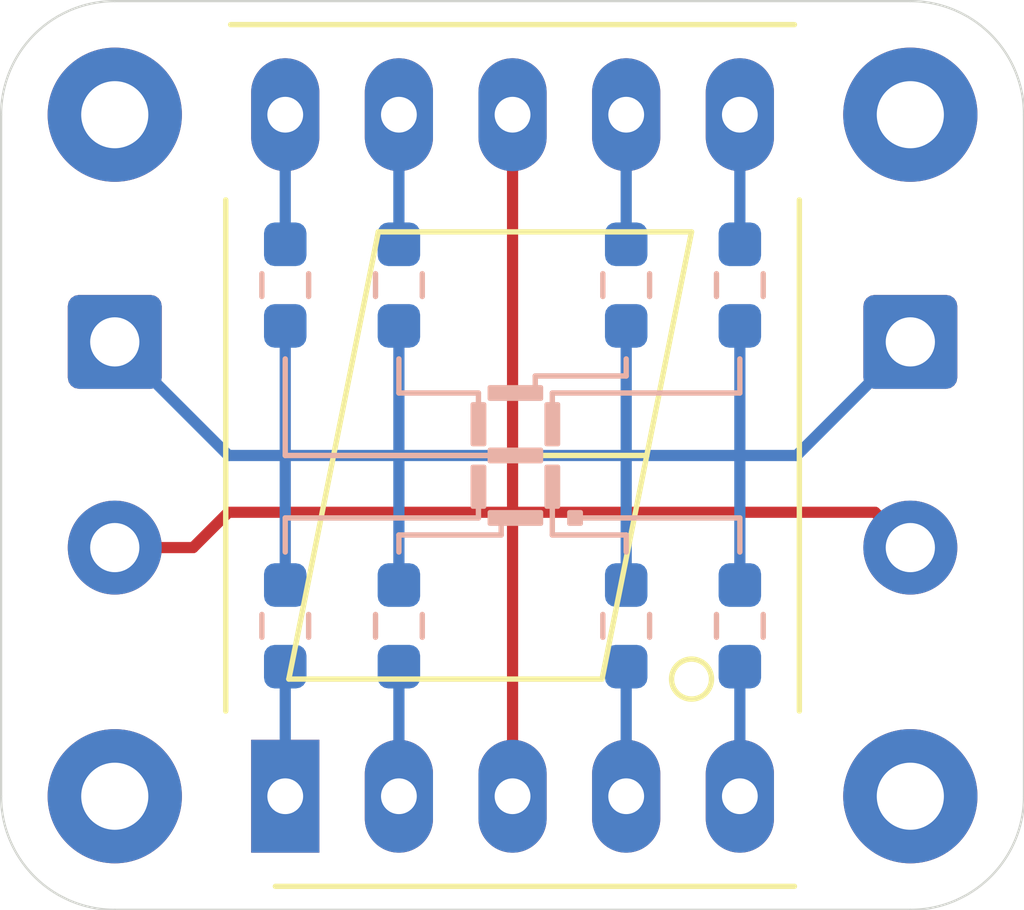
<source format=kicad_pcb>
(kicad_pcb (version 20171130) (host pcbnew "(5.1.10)-1")

  (general
    (thickness 1.6)
    (drawings 38)
    (tracks 30)
    (zones 0)
    (modules 15)
    (nets 1)
  )

  (page A4)
  (layers
    (0 F.Cu signal hide)
    (31 B.Cu signal)
    (32 B.Adhes user hide)
    (33 F.Adhes user hide)
    (34 B.Paste user hide)
    (35 F.Paste user hide)
    (36 B.SilkS user)
    (37 F.SilkS user hide)
    (38 B.Mask user hide)
    (39 F.Mask user hide)
    (40 Dwgs.User user hide)
    (41 Cmts.User user hide)
    (42 Eco1.User user hide)
    (43 Eco2.User user hide)
    (44 Edge.Cuts user)
    (45 Margin user)
    (46 B.CrtYd user)
    (47 F.CrtYd user hide)
    (48 B.Fab user hide)
    (49 F.Fab user hide)
  )

  (setup
    (last_trace_width 0.25)
    (trace_clearance 0.2)
    (zone_clearance 0.508)
    (zone_45_only no)
    (trace_min 0.2)
    (via_size 0.8)
    (via_drill 0.4)
    (via_min_size 0.4)
    (via_min_drill 0.3)
    (uvia_size 0.3)
    (uvia_drill 0.1)
    (uvias_allowed no)
    (uvia_min_size 0.2)
    (uvia_min_drill 0.1)
    (edge_width 0.05)
    (segment_width 0.2)
    (pcb_text_width 0.3)
    (pcb_text_size 1.5 1.5)
    (mod_edge_width 0.12)
    (mod_text_size 1 1)
    (mod_text_width 0.15)
    (pad_size 3 3)
    (pad_drill 1.5)
    (pad_to_mask_clearance 0)
    (aux_axis_origin 0 0)
    (visible_elements 7FFFFFFF)
    (pcbplotparams
      (layerselection 0x010fc_ffffffff)
      (usegerberextensions false)
      (usegerberattributes true)
      (usegerberadvancedattributes true)
      (creategerberjobfile true)
      (excludeedgelayer true)
      (linewidth 0.100000)
      (plotframeref false)
      (viasonmask false)
      (mode 1)
      (useauxorigin false)
      (hpglpennumber 1)
      (hpglpenspeed 20)
      (hpglpendiameter 15.000000)
      (psnegative false)
      (psa4output false)
      (plotreference true)
      (plotvalue true)
      (plotinvisibletext false)
      (padsonsilk false)
      (subtractmaskfromsilk false)
      (outputformat 1)
      (mirror false)
      (drillshape 1)
      (scaleselection 1)
      (outputdirectory ""))
  )

  (net 0 "")

  (net_class Default "This is the default net class."
    (clearance 0.2)
    (trace_width 0.25)
    (via_dia 0.8)
    (via_drill 0.4)
    (uvia_dia 0.3)
    (uvia_drill 0.1)
  )

  (module MountingHole:MountingHole_2.2mm_M2_Pad (layer F.Cu) (tedit 56D1B4CB) (tstamp 61183304)
    (at 153.67 73.66)
    (descr "Mounting Hole 2.2mm, M2")
    (tags "mounting hole 2.2mm m2")
    (attr virtual)
    (fp_text reference " " (at 0 -3.2) (layer F.SilkS)
      (effects (font (size 1 1) (thickness 0.15)))
    )
    (fp_text value MountingHole_2.2mm_M2_Pad (at 0 3.2) (layer F.Fab)
      (effects (font (size 1 1) (thickness 0.15)))
    )
    (fp_text user %R (at 0.3 0) (layer F.Fab)
      (effects (font (size 1 1) (thickness 0.15)))
    )
    (fp_circle (center 0 0) (end 2.2 0) (layer Cmts.User) (width 0.15))
    (fp_circle (center 0 0) (end 2.45 0) (layer F.CrtYd) (width 0.05))
    (pad 1 thru_hole circle (at 0 0) (size 3 3) (drill 1.5) (layers *.Cu *.Mask))
  )

  (module MountingHole:MountingHole_2.2mm_M2_Pad (layer F.Cu) (tedit 56D1B4CB) (tstamp 611832E0)
    (at 135.89 73.66)
    (descr "Mounting Hole 2.2mm, M2")
    (tags "mounting hole 2.2mm m2")
    (attr virtual)
    (fp_text reference "  " (at 0 -3.2) (layer F.SilkS)
      (effects (font (size 1 1) (thickness 0.15)))
    )
    (fp_text value MountingHole_2.2mm_M2_Pad (at 0 3.2) (layer F.Fab)
      (effects (font (size 1 1) (thickness 0.15)))
    )
    (fp_text user %R (at 0.3 0) (layer F.Fab)
      (effects (font (size 1 1) (thickness 0.15)))
    )
    (fp_circle (center 0 0) (end 2.2 0) (layer Cmts.User) (width 0.15))
    (fp_circle (center 0 0) (end 2.45 0) (layer F.CrtYd) (width 0.05))
    (pad 1 thru_hole circle (at 0 0) (size 3 3) (drill 1.5) (layers *.Cu *.Mask))
  )

  (module MountingHole:MountingHole_2.2mm_M2_Pad (layer F.Cu) (tedit 56D1B4CB) (tstamp 611832A0)
    (at 135.89 88.9)
    (descr "Mounting Hole 2.2mm, M2")
    (tags "mounting hole 2.2mm m2")
    (attr virtual)
    (fp_text reference " " (at 0 -3.2) (layer F.SilkS)
      (effects (font (size 1 1) (thickness 0.15)))
    )
    (fp_text value MountingHole_2.2mm_M2_Pad (at 0 3.2) (layer F.Fab)
      (effects (font (size 1 1) (thickness 0.15)))
    )
    (fp_text user %R (at 0.3 0) (layer F.Fab)
      (effects (font (size 1 1) (thickness 0.15)))
    )
    (fp_circle (center 0 0) (end 2.2 0) (layer Cmts.User) (width 0.15))
    (fp_circle (center 0 0) (end 2.45 0) (layer F.CrtYd) (width 0.05))
    (pad 1 thru_hole circle (at 0 0) (size 3 3) (drill 1.5) (layers *.Cu *.Mask))
  )

  (module MountingHole:MountingHole_2.2mm_M2_Pad (layer F.Cu) (tedit 61182837) (tstamp 611831C9)
    (at 153.67 88.9)
    (descr "Mounting Hole 2.2mm, M2")
    (tags "mounting hole 2.2mm m2")
    (attr virtual)
    (fp_text reference " " (at 0 -3.2) (layer F.SilkS) hide
      (effects (font (size 1 1) (thickness 0.15)))
    )
    (fp_text value MountingHole_2.2mm_M2_Pad (at 0 3.2) (layer F.Fab) hide
      (effects (font (size 1 1) (thickness 0.15)))
    )
    (fp_text user %R (at 0.3 0) (layer F.Fab) hide
      (effects (font (size 1 1) (thickness 0.15)))
    )
    (fp_circle (center 0 0) (end 2.2 0) (layer Cmts.User) (width 0.15))
    (fp_circle (center 0 0) (end 2.45 0) (layer F.CrtYd) (width 0.05))
    (pad 1 thru_hole circle (at 0 0) (size 3 3) (drill 1.5) (layers *.Cu *.Mask))
  )

  (module Display_7Segment:7SegmentLED_LTS6760_LTS6780 (layer F.Cu) (tedit 5D86971C) (tstamp 6106476B)
    (at 139.7 88.9 90)
    (descr "7-Segment Display, LTS67x0, http://optoelectronics.liteon.com/upload/download/DS30-2001-355/S6760jd.pdf")
    (tags "7Segment LED LTS6760 LTS6780")
    (fp_text reference " " (at 7.62 -2.42 90) (layer F.SilkS) hide
      (effects (font (size 1 1) (thickness 0.15)))
    )
    (fp_text value 7SegmentLED_LTS6760_LTS6780 (at 7.62 12.58 90) (layer F.Fab) hide
      (effects (font (size 1 1) (thickness 0.15)))
    )
    (fp_line (start 1.905 -1.33) (end 13.335 -1.33) (layer F.SilkS) (width 0.12))
    (fp_line (start 1.905 11.49) (end 13.335 11.49) (layer F.SilkS) (width 0.12))
    (fp_line (start -2.015 -0.22) (end -2.015 11.38) (layer F.SilkS) (width 0.12))
    (fp_line (start 17.255 11.38) (end 17.255 -1.22) (layer F.SilkS) (width 0.12))
    (fp_line (start -2.16 -1.47) (end -2.16 11.63) (layer F.CrtYd) (width 0.05))
    (fp_line (start 17.4 -1.47) (end 17.4 11.63) (layer F.CrtYd) (width 0.05))
    (fp_line (start -2.16 -1.47) (end 17.4 -1.47) (layer F.CrtYd) (width 0.05))
    (fp_line (start -2.16 11.63) (end 17.4 11.63) (layer F.CrtYd) (width 0.05))
    (fp_line (start -0.905 -1.22) (end -1.905 -0.22) (layer F.Fab) (width 0.1))
    (fp_line (start 17.145 11.38) (end 17.145 -1.22) (layer F.Fab) (width 0.1))
    (fp_line (start -1.905 -0.22) (end -1.905 11.38) (layer F.Fab) (width 0.1))
    (fp_line (start -1.905 11.38) (end 17.145 11.38) (layer F.Fab) (width 0.1))
    (fp_line (start 12.62 2.08) (end 7.62 1.08) (layer F.SilkS) (width 0.12))
    (fp_line (start 7.62 1.08) (end 2.62 0.08) (layer F.SilkS) (width 0.12))
    (fp_line (start 2.62 0.08) (end 2.62 7.08) (layer F.SilkS) (width 0.12))
    (fp_line (start 2.62 7.08) (end 7.62 8.08) (layer F.SilkS) (width 0.12))
    (fp_line (start 12.62 9.08) (end 7.62 8.08) (layer F.SilkS) (width 0.12))
    (fp_line (start 7.62 8.08) (end 7.62 1.08) (layer F.SilkS) (width 0.12))
    (fp_line (start 12.62 2.08) (end 12.62 9.08) (layer F.SilkS) (width 0.12))
    (fp_circle (center 2.62 9.08) (end 3.067214 9.08) (layer F.SilkS) (width 0.12))
    (fp_line (start -0.905 -1.22) (end 17.145 -1.22) (layer F.Fab) (width 0.1))
    (fp_text user %R (at 7.87 5.08 90) (layer F.Fab) hide
      (effects (font (size 1 1) (thickness 0.15)))
    )
    (pad 1 thru_hole rect (at 0 0) (size 1.524 2.524) (drill 0.8) (layers *.Cu *.Mask))
    (pad 2 thru_hole oval (at 0 2.54) (size 1.524 2.524) (drill 0.8) (layers *.Cu *.Mask))
    (pad 3 thru_hole oval (at 0 5.08) (size 1.524 2.524) (drill 0.8) (layers *.Cu *.Mask))
    (pad 4 thru_hole oval (at 0 7.62) (size 1.524 2.524) (drill 0.8) (layers *.Cu *.Mask))
    (pad 5 thru_hole oval (at 0 10.16) (size 1.524 2.524) (drill 0.8) (layers *.Cu *.Mask))
    (pad 6 thru_hole oval (at 15.24 10.16) (size 1.524 2.524) (drill 0.8) (layers *.Cu *.Mask))
    (pad 7 thru_hole oval (at 15.24 7.62) (size 1.524 2.524) (drill 0.8) (layers *.Cu *.Mask))
    (pad 8 thru_hole oval (at 15.24 5.08) (size 1.524 2.524) (drill 0.8) (layers *.Cu *.Mask))
    (pad 9 thru_hole oval (at 15.24 2.54) (size 1.524 2.524) (drill 0.8) (layers *.Cu *.Mask))
    (pad 10 thru_hole oval (at 15.24 0) (size 1.524 2.524) (drill 0.8) (layers *.Cu *.Mask))
    (model ${KISYS3DMOD}/Display_7Segment.3dshapes/7SegmentLED_LTS6760_LTS6780.wrl
      (at (xyz 0 0 0))
      (scale (xyz 1 1 1))
      (rotate (xyz 0 0 0))
    )
  )

  (module Connector_Wire:SolderWire-0.5sqmm_1x02_P4.6mm_D0.9mm_OD2.1mm (layer F.Cu) (tedit 5EB70B43) (tstamp 61065868)
    (at 153.67 78.74 270)
    (descr "Soldered wire connection, for 2 times 0.5 mm² wires, basic insulation, conductor diameter 0.9mm, outer diameter 2.1mm, size source Multi-Contact FLEXI-E 0.5 (https://ec.staubli.com/AcroFiles/Catalogues/TM_Cab-Main-11014119_(en)_hi.pdf), bend radius 3 times outer diameter, generated with kicad-footprint-generator")
    (tags "connector wire 0.5sqmm")
    (attr virtual)
    (fp_text reference " " (at 2.3 -2.25 90) (layer F.SilkS) hide
      (effects (font (size 1 1) (thickness 0.15)))
    )
    (fp_text value SolderWire-0.5sqmm_1x02_P4.6mm_D0.9mm_OD2.1mm (at 2.3 2.25 90) (layer F.Fab) hide
      (effects (font (size 1 1) (thickness 0.15)))
    )
    (fp_line (start 6.4 -1.55) (end 2.8 -1.55) (layer F.CrtYd) (width 0.05))
    (fp_line (start 6.4 1.55) (end 6.4 -1.55) (layer F.CrtYd) (width 0.05))
    (fp_line (start 2.8 1.55) (end 6.4 1.55) (layer F.CrtYd) (width 0.05))
    (fp_line (start 2.8 -1.55) (end 2.8 1.55) (layer F.CrtYd) (width 0.05))
    (fp_line (start 1.8 -1.55) (end -1.8 -1.55) (layer F.CrtYd) (width 0.05))
    (fp_line (start 1.8 1.55) (end 1.8 -1.55) (layer F.CrtYd) (width 0.05))
    (fp_line (start -1.8 1.55) (end 1.8 1.55) (layer F.CrtYd) (width 0.05))
    (fp_line (start -1.8 -1.55) (end -1.8 1.55) (layer F.CrtYd) (width 0.05))
    (fp_circle (center 4.6 0) (end 5.65 0) (layer F.Fab) (width 0.1))
    (fp_circle (center 0 0) (end 1.05 0) (layer F.Fab) (width 0.1))
    (fp_text user %R (at 2.3 0) (layer F.Fab) hide
      (effects (font (size 0.78 0.78) (thickness 0.12)))
    )
    (pad 2 thru_hole circle (at 4.6 0 270) (size 2.1 2.1) (drill 1.1) (layers *.Cu *.Mask))
    (pad 1 thru_hole roundrect (at 0 0 270) (size 2.1 2.1) (drill 1.1) (layers *.Cu *.Mask) (roundrect_rratio 0.119048))
    (model ${KISYS3DMOD}/Connector_Wire.3dshapes/SolderWire-0.5sqmm_1x02_P4.6mm_D0.9mm_OD2.1mm.wrl
      (at (xyz 0 0 0))
      (scale (xyz 1 1 1))
      (rotate (xyz 0 0 0))
    )
  )

  (module Connector_Wire:SolderWire-0.5sqmm_1x02_P4.6mm_D0.9mm_OD2.1mm (layer F.Cu) (tedit 5EB70B43) (tstamp 61065817)
    (at 135.89 78.74 270)
    (descr "Soldered wire connection, for 2 times 0.5 mm² wires, basic insulation, conductor diameter 0.9mm, outer diameter 2.1mm, size source Multi-Contact FLEXI-E 0.5 (https://ec.staubli.com/AcroFiles/Catalogues/TM_Cab-Main-11014119_(en)_hi.pdf), bend radius 3 times outer diameter, generated with kicad-footprint-generator")
    (tags "connector wire 0.5sqmm")
    (attr virtual)
    (fp_text reference " " (at 2.3 -2.25 90) (layer F.SilkS)
      (effects (font (size 1 1) (thickness 0.15)))
    )
    (fp_text value SolderWire-0.5sqmm_1x02_P4.6mm_D0.9mm_OD2.1mm (at 2.3 2.25 90) (layer F.Fab)
      (effects (font (size 1 1) (thickness 0.15)))
    )
    (fp_line (start 6.4 -1.55) (end 2.8 -1.55) (layer F.CrtYd) (width 0.05))
    (fp_line (start 6.4 1.55) (end 6.4 -1.55) (layer F.CrtYd) (width 0.05))
    (fp_line (start 2.8 1.55) (end 6.4 1.55) (layer F.CrtYd) (width 0.05))
    (fp_line (start 2.8 -1.55) (end 2.8 1.55) (layer F.CrtYd) (width 0.05))
    (fp_line (start 1.8 -1.55) (end -1.8 -1.55) (layer F.CrtYd) (width 0.05))
    (fp_line (start 1.8 1.55) (end 1.8 -1.55) (layer F.CrtYd) (width 0.05))
    (fp_line (start -1.8 1.55) (end 1.8 1.55) (layer F.CrtYd) (width 0.05))
    (fp_line (start -1.8 -1.55) (end -1.8 1.55) (layer F.CrtYd) (width 0.05))
    (fp_circle (center 4.6 0) (end 5.65 0) (layer F.Fab) (width 0.1))
    (fp_circle (center 0 0) (end 1.05 0) (layer F.Fab) (width 0.1))
    (fp_text user %R (at 2.3 0) (layer F.Fab)
      (effects (font (size 0.78 0.78) (thickness 0.12)))
    )
    (pad 2 thru_hole circle (at 4.6 0 270) (size 2.1 2.1) (drill 1.1) (layers *.Cu *.Mask))
    (pad 1 thru_hole roundrect (at 0 0 270) (size 2.1 2.1) (drill 1.1) (layers *.Cu *.Mask) (roundrect_rratio 0.119048))
    (model ${KISYS3DMOD}/Connector_Wire.3dshapes/SolderWire-0.5sqmm_1x02_P4.6mm_D0.9mm_OD2.1mm.wrl
      (at (xyz 0 0 0))
      (scale (xyz 1 1 1))
      (rotate (xyz 0 0 0))
    )
  )

  (module Resistor_SMD:R_0603_1608Metric_Pad0.98x0.95mm_HandSolder (layer B.Cu) (tedit 5F68FEEE) (tstamp 6106542E)
    (at 149.86 85.09 270)
    (descr "Resistor SMD 0603 (1608 Metric), square (rectangular) end terminal, IPC_7351 nominal with elongated pad for handsoldering. (Body size source: IPC-SM-782 page 72, https://www.pcb-3d.com/wordpress/wp-content/uploads/ipc-sm-782a_amendment_1_and_2.pdf), generated with kicad-footprint-generator")
    (tags "resistor handsolder")
    (attr smd)
    (fp_text reference " " (at 0 1.43 270) (layer B.SilkS)
      (effects (font (size 1 1) (thickness 0.15)) (justify mirror))
    )
    (fp_text value R_0603_1608Metric_Pad0.98x0.95mm_HandSolder (at 0 -1.43 270) (layer B.Fab)
      (effects (font (size 1 1) (thickness 0.15)) (justify mirror))
    )
    (fp_line (start 1.65 -0.73) (end -1.65 -0.73) (layer B.CrtYd) (width 0.05))
    (fp_line (start 1.65 0.73) (end 1.65 -0.73) (layer B.CrtYd) (width 0.05))
    (fp_line (start -1.65 0.73) (end 1.65 0.73) (layer B.CrtYd) (width 0.05))
    (fp_line (start -1.65 -0.73) (end -1.65 0.73) (layer B.CrtYd) (width 0.05))
    (fp_line (start -0.254724 -0.5225) (end 0.254724 -0.5225) (layer B.SilkS) (width 0.12))
    (fp_line (start -0.254724 0.5225) (end 0.254724 0.5225) (layer B.SilkS) (width 0.12))
    (fp_line (start 0.8 -0.4125) (end -0.8 -0.4125) (layer B.Fab) (width 0.1))
    (fp_line (start 0.8 0.4125) (end 0.8 -0.4125) (layer B.Fab) (width 0.1))
    (fp_line (start -0.8 0.4125) (end 0.8 0.4125) (layer B.Fab) (width 0.1))
    (fp_line (start -0.8 -0.4125) (end -0.8 0.4125) (layer B.Fab) (width 0.1))
    (fp_text user %R (at 0 0 270) (layer B.Fab)
      (effects (font (size 0.4 0.4) (thickness 0.06)) (justify mirror))
    )
    (pad 2 smd roundrect (at 0.9125 0 270) (size 0.975 0.95) (layers B.Cu B.Paste B.Mask) (roundrect_rratio 0.25))
    (pad 1 smd roundrect (at -0.9125 0 270) (size 0.975 0.95) (layers B.Cu B.Paste B.Mask) (roundrect_rratio 0.25))
    (model ${KISYS3DMOD}/Resistor_SMD.3dshapes/R_0603_1608Metric.wrl
      (at (xyz 0 0 0))
      (scale (xyz 1 1 1))
      (rotate (xyz 0 0 0))
    )
  )

  (module Resistor_SMD:R_0603_1608Metric_Pad0.98x0.95mm_HandSolder (layer B.Cu) (tedit 5F68FEEE) (tstamp 610653DD)
    (at 147.32 85.09 270)
    (descr "Resistor SMD 0603 (1608 Metric), square (rectangular) end terminal, IPC_7351 nominal with elongated pad for handsoldering. (Body size source: IPC-SM-782 page 72, https://www.pcb-3d.com/wordpress/wp-content/uploads/ipc-sm-782a_amendment_1_and_2.pdf), generated with kicad-footprint-generator")
    (tags "resistor handsolder")
    (attr smd)
    (fp_text reference " " (at 0 1.43 270) (layer B.SilkS)
      (effects (font (size 1 1) (thickness 0.15)) (justify mirror))
    )
    (fp_text value R_0603_1608Metric_Pad0.98x0.95mm_HandSolder (at 0 -1.43 270) (layer B.Fab)
      (effects (font (size 1 1) (thickness 0.15)) (justify mirror))
    )
    (fp_line (start 1.65 -0.73) (end -1.65 -0.73) (layer B.CrtYd) (width 0.05))
    (fp_line (start 1.65 0.73) (end 1.65 -0.73) (layer B.CrtYd) (width 0.05))
    (fp_line (start -1.65 0.73) (end 1.65 0.73) (layer B.CrtYd) (width 0.05))
    (fp_line (start -1.65 -0.73) (end -1.65 0.73) (layer B.CrtYd) (width 0.05))
    (fp_line (start -0.254724 -0.5225) (end 0.254724 -0.5225) (layer B.SilkS) (width 0.12))
    (fp_line (start -0.254724 0.5225) (end 0.254724 0.5225) (layer B.SilkS) (width 0.12))
    (fp_line (start 0.8 -0.4125) (end -0.8 -0.4125) (layer B.Fab) (width 0.1))
    (fp_line (start 0.8 0.4125) (end 0.8 -0.4125) (layer B.Fab) (width 0.1))
    (fp_line (start -0.8 0.4125) (end 0.8 0.4125) (layer B.Fab) (width 0.1))
    (fp_line (start -0.8 -0.4125) (end -0.8 0.4125) (layer B.Fab) (width 0.1))
    (fp_text user %R (at 0 0 270) (layer B.Fab)
      (effects (font (size 0.4 0.4) (thickness 0.06)) (justify mirror))
    )
    (pad 2 smd roundrect (at 0.9125 0 270) (size 0.975 0.95) (layers B.Cu B.Paste B.Mask) (roundrect_rratio 0.25))
    (pad 1 smd roundrect (at -0.9125 0 270) (size 0.975 0.95) (layers B.Cu B.Paste B.Mask) (roundrect_rratio 0.25))
    (model ${KISYS3DMOD}/Resistor_SMD.3dshapes/R_0603_1608Metric.wrl
      (at (xyz 0 0 0))
      (scale (xyz 1 1 1))
      (rotate (xyz 0 0 0))
    )
  )

  (module Resistor_SMD:R_0603_1608Metric_Pad0.98x0.95mm_HandSolder (layer B.Cu) (tedit 5F68FEEE) (tstamp 610652CF)
    (at 142.24 85.09 270)
    (descr "Resistor SMD 0603 (1608 Metric), square (rectangular) end terminal, IPC_7351 nominal with elongated pad for handsoldering. (Body size source: IPC-SM-782 page 72, https://www.pcb-3d.com/wordpress/wp-content/uploads/ipc-sm-782a_amendment_1_and_2.pdf), generated with kicad-footprint-generator")
    (tags "resistor handsolder")
    (attr smd)
    (fp_text reference " " (at 0 1.43 270) (layer B.SilkS)
      (effects (font (size 1 1) (thickness 0.15)) (justify mirror))
    )
    (fp_text value R_0603_1608Metric_Pad0.98x0.95mm_HandSolder (at 0 -1.43 270) (layer B.Fab)
      (effects (font (size 1 1) (thickness 0.15)) (justify mirror))
    )
    (fp_line (start 1.65 -0.73) (end -1.65 -0.73) (layer B.CrtYd) (width 0.05))
    (fp_line (start 1.65 0.73) (end 1.65 -0.73) (layer B.CrtYd) (width 0.05))
    (fp_line (start -1.65 0.73) (end 1.65 0.73) (layer B.CrtYd) (width 0.05))
    (fp_line (start -1.65 -0.73) (end -1.65 0.73) (layer B.CrtYd) (width 0.05))
    (fp_line (start -0.254724 -0.5225) (end 0.254724 -0.5225) (layer B.SilkS) (width 0.12))
    (fp_line (start -0.254724 0.5225) (end 0.254724 0.5225) (layer B.SilkS) (width 0.12))
    (fp_line (start 0.8 -0.4125) (end -0.8 -0.4125) (layer B.Fab) (width 0.1))
    (fp_line (start 0.8 0.4125) (end 0.8 -0.4125) (layer B.Fab) (width 0.1))
    (fp_line (start -0.8 0.4125) (end 0.8 0.4125) (layer B.Fab) (width 0.1))
    (fp_line (start -0.8 -0.4125) (end -0.8 0.4125) (layer B.Fab) (width 0.1))
    (fp_text user %R (at 0 0 270) (layer B.Fab)
      (effects (font (size 0.4 0.4) (thickness 0.06)) (justify mirror))
    )
    (pad 2 smd roundrect (at 0.9125 0 270) (size 0.975 0.95) (layers B.Cu B.Paste B.Mask) (roundrect_rratio 0.25))
    (pad 1 smd roundrect (at -0.9125 0 270) (size 0.975 0.95) (layers B.Cu B.Paste B.Mask) (roundrect_rratio 0.25))
    (model ${KISYS3DMOD}/Resistor_SMD.3dshapes/R_0603_1608Metric.wrl
      (at (xyz 0 0 0))
      (scale (xyz 1 1 1))
      (rotate (xyz 0 0 0))
    )
  )

  (module Resistor_SMD:R_0603_1608Metric_Pad0.98x0.95mm_HandSolder (layer B.Cu) (tedit 5F68FEEE) (tstamp 6106525A)
    (at 139.7 85.09 270)
    (descr "Resistor SMD 0603 (1608 Metric), square (rectangular) end terminal, IPC_7351 nominal with elongated pad for handsoldering. (Body size source: IPC-SM-782 page 72, https://www.pcb-3d.com/wordpress/wp-content/uploads/ipc-sm-782a_amendment_1_and_2.pdf), generated with kicad-footprint-generator")
    (tags "resistor handsolder")
    (attr smd)
    (fp_text reference " " (at 0 1.43 270) (layer B.SilkS)
      (effects (font (size 1 1) (thickness 0.15)) (justify mirror))
    )
    (fp_text value R_0603_1608Metric_Pad0.98x0.95mm_HandSolder (at 0 -1.43 270) (layer B.Fab)
      (effects (font (size 1 1) (thickness 0.15)) (justify mirror))
    )
    (fp_line (start 1.65 -0.73) (end -1.65 -0.73) (layer B.CrtYd) (width 0.05))
    (fp_line (start 1.65 0.73) (end 1.65 -0.73) (layer B.CrtYd) (width 0.05))
    (fp_line (start -1.65 0.73) (end 1.65 0.73) (layer B.CrtYd) (width 0.05))
    (fp_line (start -1.65 -0.73) (end -1.65 0.73) (layer B.CrtYd) (width 0.05))
    (fp_line (start -0.254724 -0.5225) (end 0.254724 -0.5225) (layer B.SilkS) (width 0.12))
    (fp_line (start -0.254724 0.5225) (end 0.254724 0.5225) (layer B.SilkS) (width 0.12))
    (fp_line (start 0.8 -0.4125) (end -0.8 -0.4125) (layer B.Fab) (width 0.1))
    (fp_line (start 0.8 0.4125) (end 0.8 -0.4125) (layer B.Fab) (width 0.1))
    (fp_line (start -0.8 0.4125) (end 0.8 0.4125) (layer B.Fab) (width 0.1))
    (fp_line (start -0.8 -0.4125) (end -0.8 0.4125) (layer B.Fab) (width 0.1))
    (fp_text user %R (at 0 0 270) (layer B.Fab)
      (effects (font (size 0.4 0.4) (thickness 0.06)) (justify mirror))
    )
    (pad 2 smd roundrect (at 0.9125 0 270) (size 0.975 0.95) (layers B.Cu B.Paste B.Mask) (roundrect_rratio 0.25))
    (pad 1 smd roundrect (at -0.9125 0 270) (size 0.975 0.95) (layers B.Cu B.Paste B.Mask) (roundrect_rratio 0.25))
    (model ${KISYS3DMOD}/Resistor_SMD.3dshapes/R_0603_1608Metric.wrl
      (at (xyz 0 0 0))
      (scale (xyz 1 1 1))
      (rotate (xyz 0 0 0))
    )
  )

  (module Resistor_SMD:R_0603_1608Metric_Pad0.98x0.95mm_HandSolder (layer B.Cu) (tedit 5F68FEEE) (tstamp 61065209)
    (at 149.86 77.47 270)
    (descr "Resistor SMD 0603 (1608 Metric), square (rectangular) end terminal, IPC_7351 nominal with elongated pad for handsoldering. (Body size source: IPC-SM-782 page 72, https://www.pcb-3d.com/wordpress/wp-content/uploads/ipc-sm-782a_amendment_1_and_2.pdf), generated with kicad-footprint-generator")
    (tags "resistor handsolder")
    (attr smd)
    (fp_text reference " " (at 0 1.43 270) (layer B.SilkS)
      (effects (font (size 1 1) (thickness 0.15)) (justify mirror))
    )
    (fp_text value R_0603_1608Metric_Pad0.98x0.95mm_HandSolder (at 0 -1.43 270) (layer B.Fab)
      (effects (font (size 1 1) (thickness 0.15)) (justify mirror))
    )
    (fp_line (start 1.65 -0.73) (end -1.65 -0.73) (layer B.CrtYd) (width 0.05))
    (fp_line (start 1.65 0.73) (end 1.65 -0.73) (layer B.CrtYd) (width 0.05))
    (fp_line (start -1.65 0.73) (end 1.65 0.73) (layer B.CrtYd) (width 0.05))
    (fp_line (start -1.65 -0.73) (end -1.65 0.73) (layer B.CrtYd) (width 0.05))
    (fp_line (start -0.254724 -0.5225) (end 0.254724 -0.5225) (layer B.SilkS) (width 0.12))
    (fp_line (start -0.254724 0.5225) (end 0.254724 0.5225) (layer B.SilkS) (width 0.12))
    (fp_line (start 0.8 -0.4125) (end -0.8 -0.4125) (layer B.Fab) (width 0.1))
    (fp_line (start 0.8 0.4125) (end 0.8 -0.4125) (layer B.Fab) (width 0.1))
    (fp_line (start -0.8 0.4125) (end 0.8 0.4125) (layer B.Fab) (width 0.1))
    (fp_line (start -0.8 -0.4125) (end -0.8 0.4125) (layer B.Fab) (width 0.1))
    (fp_text user %R (at 0 0 270) (layer B.Fab)
      (effects (font (size 0.4 0.4) (thickness 0.06)) (justify mirror))
    )
    (pad 2 smd roundrect (at 0.9125 0 270) (size 0.975 0.95) (layers B.Cu B.Paste B.Mask) (roundrect_rratio 0.25))
    (pad 1 smd roundrect (at -0.9125 0 270) (size 0.975 0.95) (layers B.Cu B.Paste B.Mask) (roundrect_rratio 0.25))
    (model ${KISYS3DMOD}/Resistor_SMD.3dshapes/R_0603_1608Metric.wrl
      (at (xyz 0 0 0))
      (scale (xyz 1 1 1))
      (rotate (xyz 0 0 0))
    )
  )

  (module Resistor_SMD:R_0603_1608Metric_Pad0.98x0.95mm_HandSolder (layer B.Cu) (tedit 5F68FEEE) (tstamp 61065128)
    (at 147.32 77.47 270)
    (descr "Resistor SMD 0603 (1608 Metric), square (rectangular) end terminal, IPC_7351 nominal with elongated pad for handsoldering. (Body size source: IPC-SM-782 page 72, https://www.pcb-3d.com/wordpress/wp-content/uploads/ipc-sm-782a_amendment_1_and_2.pdf), generated with kicad-footprint-generator")
    (tags "resistor handsolder")
    (attr smd)
    (fp_text reference " " (at 0 1.43 270) (layer B.SilkS)
      (effects (font (size 1 1) (thickness 0.15)) (justify mirror))
    )
    (fp_text value R_0603_1608Metric_Pad0.98x0.95mm_HandSolder (at 0 -1.43 270) (layer B.Fab)
      (effects (font (size 1 1) (thickness 0.15)) (justify mirror))
    )
    (fp_line (start 1.65 -0.73) (end -1.65 -0.73) (layer B.CrtYd) (width 0.05))
    (fp_line (start 1.65 0.73) (end 1.65 -0.73) (layer B.CrtYd) (width 0.05))
    (fp_line (start -1.65 0.73) (end 1.65 0.73) (layer B.CrtYd) (width 0.05))
    (fp_line (start -1.65 -0.73) (end -1.65 0.73) (layer B.CrtYd) (width 0.05))
    (fp_line (start -0.254724 -0.5225) (end 0.254724 -0.5225) (layer B.SilkS) (width 0.12))
    (fp_line (start -0.254724 0.5225) (end 0.254724 0.5225) (layer B.SilkS) (width 0.12))
    (fp_line (start 0.8 -0.4125) (end -0.8 -0.4125) (layer B.Fab) (width 0.1))
    (fp_line (start 0.8 0.4125) (end 0.8 -0.4125) (layer B.Fab) (width 0.1))
    (fp_line (start -0.8 0.4125) (end 0.8 0.4125) (layer B.Fab) (width 0.1))
    (fp_line (start -0.8 -0.4125) (end -0.8 0.4125) (layer B.Fab) (width 0.1))
    (fp_text user %R (at 0 0 270) (layer B.Fab)
      (effects (font (size 0.4 0.4) (thickness 0.06)) (justify mirror))
    )
    (pad 2 smd roundrect (at 0.9125 0 270) (size 0.975 0.95) (layers B.Cu B.Paste B.Mask) (roundrect_rratio 0.25))
    (pad 1 smd roundrect (at -0.9125 0 270) (size 0.975 0.95) (layers B.Cu B.Paste B.Mask) (roundrect_rratio 0.25))
    (model ${KISYS3DMOD}/Resistor_SMD.3dshapes/R_0603_1608Metric.wrl
      (at (xyz 0 0 0))
      (scale (xyz 1 1 1))
      (rotate (xyz 0 0 0))
    )
  )

  (module Resistor_SMD:R_0603_1608Metric_Pad0.98x0.95mm_HandSolder (layer B.Cu) (tedit 5F68FEEE) (tstamp 61064FF5)
    (at 142.24 77.47 270)
    (descr "Resistor SMD 0603 (1608 Metric), square (rectangular) end terminal, IPC_7351 nominal with elongated pad for handsoldering. (Body size source: IPC-SM-782 page 72, https://www.pcb-3d.com/wordpress/wp-content/uploads/ipc-sm-782a_amendment_1_and_2.pdf), generated with kicad-footprint-generator")
    (tags "resistor handsolder")
    (attr smd)
    (fp_text reference " " (at 0 1.43 270) (layer B.SilkS)
      (effects (font (size 1 1) (thickness 0.15)) (justify mirror))
    )
    (fp_text value R_0603_1608Metric_Pad0.98x0.95mm_HandSolder (at 0 -1.43 270) (layer B.Fab)
      (effects (font (size 1 1) (thickness 0.15)) (justify mirror))
    )
    (fp_line (start 1.65 -0.73) (end -1.65 -0.73) (layer B.CrtYd) (width 0.05))
    (fp_line (start 1.65 0.73) (end 1.65 -0.73) (layer B.CrtYd) (width 0.05))
    (fp_line (start -1.65 0.73) (end 1.65 0.73) (layer B.CrtYd) (width 0.05))
    (fp_line (start -1.65 -0.73) (end -1.65 0.73) (layer B.CrtYd) (width 0.05))
    (fp_line (start -0.254724 -0.5225) (end 0.254724 -0.5225) (layer B.SilkS) (width 0.12))
    (fp_line (start -0.254724 0.5225) (end 0.254724 0.5225) (layer B.SilkS) (width 0.12))
    (fp_line (start 0.8 -0.4125) (end -0.8 -0.4125) (layer B.Fab) (width 0.1))
    (fp_line (start 0.8 0.4125) (end 0.8 -0.4125) (layer B.Fab) (width 0.1))
    (fp_line (start -0.8 0.4125) (end 0.8 0.4125) (layer B.Fab) (width 0.1))
    (fp_line (start -0.8 -0.4125) (end -0.8 0.4125) (layer B.Fab) (width 0.1))
    (fp_text user %R (at 0 0 270) (layer B.Fab)
      (effects (font (size 0.4 0.4) (thickness 0.06)) (justify mirror))
    )
    (pad 2 smd roundrect (at 0.9125 0 270) (size 0.975 0.95) (layers B.Cu B.Paste B.Mask) (roundrect_rratio 0.25))
    (pad 1 smd roundrect (at -0.9125 0 270) (size 0.975 0.95) (layers B.Cu B.Paste B.Mask) (roundrect_rratio 0.25))
    (model ${KISYS3DMOD}/Resistor_SMD.3dshapes/R_0603_1608Metric.wrl
      (at (xyz 0 0 0))
      (scale (xyz 1 1 1))
      (rotate (xyz 0 0 0))
    )
  )

  (module Resistor_SMD:R_0603_1608Metric_Pad0.98x0.95mm_HandSolder (layer B.Cu) (tedit 5F68FEEE) (tstamp 61064FA4)
    (at 139.7 77.47 270)
    (descr "Resistor SMD 0603 (1608 Metric), square (rectangular) end terminal, IPC_7351 nominal with elongated pad for handsoldering. (Body size source: IPC-SM-782 page 72, https://www.pcb-3d.com/wordpress/wp-content/uploads/ipc-sm-782a_amendment_1_and_2.pdf), generated with kicad-footprint-generator")
    (tags "resistor handsolder")
    (attr smd)
    (fp_text reference " " (at 0 1.43 270) (layer B.SilkS)
      (effects (font (size 1 1) (thickness 0.15)) (justify mirror))
    )
    (fp_text value R_0603_1608Metric_Pad0.98x0.95mm_HandSolder (at 0 -1.43 270) (layer B.Fab)
      (effects (font (size 1 1) (thickness 0.15)) (justify mirror))
    )
    (fp_line (start 1.65 -0.73) (end -1.65 -0.73) (layer B.CrtYd) (width 0.05))
    (fp_line (start 1.65 0.73) (end 1.65 -0.73) (layer B.CrtYd) (width 0.05))
    (fp_line (start -1.65 0.73) (end 1.65 0.73) (layer B.CrtYd) (width 0.05))
    (fp_line (start -1.65 -0.73) (end -1.65 0.73) (layer B.CrtYd) (width 0.05))
    (fp_line (start -0.254724 -0.5225) (end 0.254724 -0.5225) (layer B.SilkS) (width 0.12))
    (fp_line (start -0.254724 0.5225) (end 0.254724 0.5225) (layer B.SilkS) (width 0.12))
    (fp_line (start 0.8 -0.4125) (end -0.8 -0.4125) (layer B.Fab) (width 0.1))
    (fp_line (start 0.8 0.4125) (end 0.8 -0.4125) (layer B.Fab) (width 0.1))
    (fp_line (start -0.8 0.4125) (end 0.8 0.4125) (layer B.Fab) (width 0.1))
    (fp_line (start -0.8 -0.4125) (end -0.8 0.4125) (layer B.Fab) (width 0.1))
    (fp_text user %R (at 0 0 270) (layer B.Fab)
      (effects (font (size 0.4 0.4) (thickness 0.06)) (justify mirror))
    )
    (pad 2 smd roundrect (at 0.9125 0 270) (size 0.975 0.95) (layers B.Cu B.Paste B.Mask) (roundrect_rratio 0.25))
    (pad 1 smd roundrect (at -0.9125 0 270) (size 0.975 0.95) (layers B.Cu B.Paste B.Mask) (roundrect_rratio 0.25))
    (model ${KISYS3DMOD}/Resistor_SMD.3dshapes/R_0603_1608Metric.wrl
      (at (xyz 0 0 0))
      (scale (xyz 1 1 1))
      (rotate (xyz 0 0 0))
    )
  )

  (gr_line (start 149.86 79.883) (end 149.86 79.121) (layer B.SilkS) (width 0.12))
  (gr_line (start 145.669 79.883) (end 149.86 79.883) (layer B.SilkS) (width 0.12))
  (gr_line (start 145.669 80.137) (end 145.669 79.883) (layer B.SilkS) (width 0.12))
  (gr_line (start 147.32 79.502) (end 147.32 79.121) (layer B.SilkS) (width 0.12))
  (gr_line (start 145.288 79.502) (end 147.32 79.502) (layer B.SilkS) (width 0.12))
  (gr_line (start 145.288 79.756) (end 145.288 79.502) (layer B.SilkS) (width 0.12))
  (gr_line (start 142.24 79.883) (end 142.24 79.121) (layer B.SilkS) (width 0.12))
  (gr_line (start 144.018 79.883) (end 142.24 79.883) (layer B.SilkS) (width 0.12))
  (gr_line (start 144.018 80.137) (end 144.018 79.883) (layer B.SilkS) (width 0.12))
  (gr_line (start 139.7 81.28) (end 139.7 79.121) (layer B.SilkS) (width 0.12))
  (gr_line (start 144.272 81.28) (end 139.7 81.28) (layer B.SilkS) (width 0.12))
  (gr_line (start 139.7 82.677) (end 139.7 83.439) (layer B.SilkS) (width 0.12))
  (gr_line (start 144.018 82.677) (end 139.7 82.677) (layer B.SilkS) (width 0.12))
  (gr_line (start 144.018 82.423) (end 144.018 82.677) (layer B.SilkS) (width 0.12))
  (gr_line (start 147.32 83.058) (end 147.32 83.439) (layer B.SilkS) (width 0.12))
  (gr_line (start 145.669 83.058) (end 147.32 83.058) (layer B.SilkS) (width 0.12))
  (gr_line (start 145.669 82.423) (end 145.669 83.058) (layer B.SilkS) (width 0.12))
  (gr_line (start 142.24 83.058) (end 142.24 83.439) (layer B.SilkS) (width 0.12))
  (gr_line (start 144.526 83.058) (end 142.24 83.058) (layer B.SilkS) (width 0.12))
  (gr_line (start 144.526 82.804) (end 144.526 83.058) (layer B.SilkS) (width 0.12))
  (gr_line (start 149.86 82.677) (end 149.86 83.439) (layer B.SilkS) (width 0.12))
  (gr_line (start 146.304 82.677) (end 149.86 82.677) (layer B.SilkS) (width 0.12))
  (gr_poly (pts (xy 146.304 82.804) (xy 146.05 82.804) (xy 146.05 82.55) (xy 146.304 82.55)) (layer B.SilkS) (width 0.1))
  (gr_poly (pts (xy 145.415 82.804) (xy 144.272 82.804) (xy 144.272 82.55) (xy 145.415 82.55)) (layer B.SilkS) (width 0.1))
  (gr_poly (pts (xy 144.145 82.423) (xy 143.891 82.423) (xy 143.891 81.534) (xy 144.145 81.534)) (layer B.SilkS) (width 0.1))
  (gr_poly (pts (xy 145.796 82.423) (xy 145.542 82.423) (xy 145.542 81.534) (xy 145.796 81.534)) (layer B.SilkS) (width 0.1))
  (gr_poly (pts (xy 144.145 81.026) (xy 143.891 81.026) (xy 143.891 80.137) (xy 144.145 80.137)) (layer B.SilkS) (width 0.1))
  (gr_poly (pts (xy 145.796 81.026) (xy 145.542 81.026) (xy 145.542 80.137) (xy 145.796 80.137)) (layer B.SilkS) (width 0.1))
  (gr_poly (pts (xy 145.415 81.407) (xy 144.272 81.407) (xy 144.272 81.153) (xy 145.415 81.153)) (layer B.SilkS) (width 0.1))
  (gr_poly (pts (xy 145.415 80.01) (xy 144.272 80.01) (xy 144.272 79.756) (xy 145.415 79.756)) (layer B.SilkS) (width 0.1))
  (gr_arc (start 153.67 73.66) (end 156.21 73.66) (angle -90) (layer Edge.Cuts) (width 0.05))
  (gr_arc (start 153.67 88.9) (end 153.67 91.44) (angle -90) (layer Edge.Cuts) (width 0.05))
  (gr_arc (start 135.89 88.9) (end 133.35 88.9) (angle -90) (layer Edge.Cuts) (width 0.05))
  (gr_arc (start 135.89 73.66) (end 135.89 71.12) (angle -90) (layer Edge.Cuts) (width 0.05))
  (gr_line (start 153.67 91.44) (end 135.89 91.44) (layer Edge.Cuts) (width 0.05))
  (gr_line (start 135.89 71.12) (end 153.67 71.12) (layer Edge.Cuts) (width 0.05))
  (gr_line (start 156.21 73.66) (end 156.21 88.9) (layer Edge.Cuts) (width 0.05))
  (gr_line (start 133.35 73.66) (end 133.35 88.9) (layer Edge.Cuts) (width 0.05))

  (segment (start 135.89 78.74) (end 138.43 81.28) (width 0.25) (layer B.Cu) (net 0))
  (segment (start 151.13 81.28) (end 153.67 78.74) (width 0.25) (layer B.Cu) (net 0))
  (segment (start 139.7 78.3825) (end 139.7 81.28) (width 0.25) (layer B.Cu) (net 0))
  (segment (start 138.43 81.28) (end 139.7 81.28) (width 0.25) (layer B.Cu) (net 0))
  (segment (start 142.24 78.3825) (end 142.24 81.28) (width 0.25) (layer B.Cu) (net 0))
  (segment (start 139.7 81.28) (end 142.24 81.28) (width 0.25) (layer B.Cu) (net 0))
  (segment (start 147.32 78.3825) (end 147.32 81.28) (width 0.25) (layer B.Cu) (net 0))
  (segment (start 142.24 81.28) (end 147.32 81.28) (width 0.25) (layer B.Cu) (net 0))
  (segment (start 149.86 78.3825) (end 149.86 81.28) (width 0.25) (layer B.Cu) (net 0))
  (segment (start 149.86 81.28) (end 151.13 81.28) (width 0.25) (layer B.Cu) (net 0))
  (segment (start 147.32 81.28) (end 149.86 81.28) (width 0.25) (layer B.Cu) (net 0))
  (segment (start 149.86 84.1775) (end 149.86 81.28) (width 0.25) (layer B.Cu) (net 0))
  (segment (start 147.32 84.1775) (end 147.32 81.28) (width 0.25) (layer B.Cu) (net 0))
  (segment (start 142.24 84.1775) (end 142.24 81.28) (width 0.25) (layer B.Cu) (net 0))
  (segment (start 139.7 84.1775) (end 139.7 81.28) (width 0.25) (layer B.Cu) (net 0))
  (segment (start 139.7 86.0025) (end 139.7 88.9) (width 0.25) (layer B.Cu) (net 0))
  (segment (start 142.24 86.0025) (end 142.24 88.9) (width 0.25) (layer B.Cu) (net 0))
  (segment (start 147.32 86.0025) (end 147.32 88.9) (width 0.25) (layer B.Cu) (net 0))
  (segment (start 149.86 86.0025) (end 149.86 88.9) (width 0.25) (layer B.Cu) (net 0))
  (segment (start 149.86 76.5575) (end 149.86 73.66) (width 0.25) (layer B.Cu) (net 0))
  (segment (start 147.32 76.5575) (end 147.32 73.66) (width 0.25) (layer B.Cu) (net 0))
  (segment (start 142.24 76.5575) (end 142.24 73.66) (width 0.25) (layer B.Cu) (net 0))
  (segment (start 139.7 76.5575) (end 139.7 73.66) (width 0.25) (layer B.Cu) (net 0))
  (segment (start 152.88 82.55) (end 153.67 83.34) (width 0.25) (layer F.Cu) (net 0))
  (segment (start 137.64 83.34) (end 138.43 82.55) (width 0.25) (layer F.Cu) (net 0))
  (segment (start 135.89 83.34) (end 137.64 83.34) (width 0.25) (layer F.Cu) (net 0))
  (segment (start 144.78 73.66) (end 144.78 82.55) (width 0.25) (layer F.Cu) (net 0))
  (segment (start 144.78 82.55) (end 152.88 82.55) (width 0.25) (layer F.Cu) (net 0))
  (segment (start 138.43 82.55) (end 144.78 82.55) (width 0.25) (layer F.Cu) (net 0))
  (segment (start 144.78 82.55) (end 144.78 88.9) (width 0.25) (layer F.Cu) (net 0))

)

</source>
